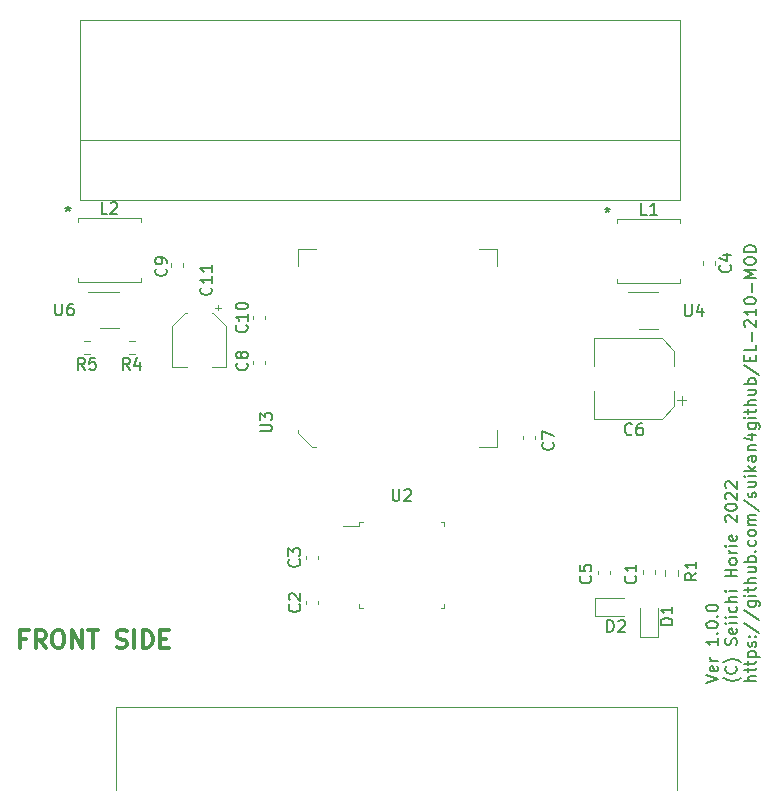
<source format=gto>
%TF.GenerationSoftware,KiCad,Pcbnew,6.0.2+dfsg-1*%
%TF.CreationDate,2022-12-11T21:53:25+09:00*%
%TF.ProjectId,EL-210-MOD,454c2d32-3130-42d4-9d4f-442e6b696361,rev?*%
%TF.SameCoordinates,Original*%
%TF.FileFunction,Legend,Top*%
%TF.FilePolarity,Positive*%
%FSLAX46Y46*%
G04 Gerber Fmt 4.6, Leading zero omitted, Abs format (unit mm)*
G04 Created by KiCad (PCBNEW 6.0.2+dfsg-1) date 2022-12-11 21:53:25*
%MOMM*%
%LPD*%
G01*
G04 APERTURE LIST*
%ADD10C,0.300000*%
%ADD11C,0.150000*%
%ADD12C,0.120000*%
G04 APERTURE END LIST*
D10*
X120870000Y-125192857D02*
X120370000Y-125192857D01*
X120370000Y-125978571D02*
X120370000Y-124478571D01*
X121084285Y-124478571D01*
X122512857Y-125978571D02*
X122012857Y-125264285D01*
X121655714Y-125978571D02*
X121655714Y-124478571D01*
X122227142Y-124478571D01*
X122370000Y-124550000D01*
X122441428Y-124621428D01*
X122512857Y-124764285D01*
X122512857Y-124978571D01*
X122441428Y-125121428D01*
X122370000Y-125192857D01*
X122227142Y-125264285D01*
X121655714Y-125264285D01*
X123441428Y-124478571D02*
X123727142Y-124478571D01*
X123870000Y-124550000D01*
X124012857Y-124692857D01*
X124084285Y-124978571D01*
X124084285Y-125478571D01*
X124012857Y-125764285D01*
X123870000Y-125907142D01*
X123727142Y-125978571D01*
X123441428Y-125978571D01*
X123298571Y-125907142D01*
X123155714Y-125764285D01*
X123084285Y-125478571D01*
X123084285Y-124978571D01*
X123155714Y-124692857D01*
X123298571Y-124550000D01*
X123441428Y-124478571D01*
X124727142Y-125978571D02*
X124727142Y-124478571D01*
X125584285Y-125978571D01*
X125584285Y-124478571D01*
X126084285Y-124478571D02*
X126941428Y-124478571D01*
X126512857Y-125978571D02*
X126512857Y-124478571D01*
X128512857Y-125907142D02*
X128727142Y-125978571D01*
X129084285Y-125978571D01*
X129227142Y-125907142D01*
X129298571Y-125835714D01*
X129370000Y-125692857D01*
X129370000Y-125550000D01*
X129298571Y-125407142D01*
X129227142Y-125335714D01*
X129084285Y-125264285D01*
X128798571Y-125192857D01*
X128655714Y-125121428D01*
X128584285Y-125050000D01*
X128512857Y-124907142D01*
X128512857Y-124764285D01*
X128584285Y-124621428D01*
X128655714Y-124550000D01*
X128798571Y-124478571D01*
X129155714Y-124478571D01*
X129370000Y-124550000D01*
X130012857Y-125978571D02*
X130012857Y-124478571D01*
X130727142Y-125978571D02*
X130727142Y-124478571D01*
X131084285Y-124478571D01*
X131298571Y-124550000D01*
X131441428Y-124692857D01*
X131512857Y-124835714D01*
X131584285Y-125121428D01*
X131584285Y-125335714D01*
X131512857Y-125621428D01*
X131441428Y-125764285D01*
X131298571Y-125907142D01*
X131084285Y-125978571D01*
X130727142Y-125978571D01*
X132227142Y-125192857D02*
X132727142Y-125192857D01*
X132941428Y-125978571D02*
X132227142Y-125978571D01*
X132227142Y-124478571D01*
X132941428Y-124478571D01*
D11*
X178437380Y-128917261D02*
X179437380Y-128583928D01*
X178437380Y-128250595D01*
X179389761Y-127536309D02*
X179437380Y-127631547D01*
X179437380Y-127822023D01*
X179389761Y-127917261D01*
X179294523Y-127964880D01*
X178913571Y-127964880D01*
X178818333Y-127917261D01*
X178770714Y-127822023D01*
X178770714Y-127631547D01*
X178818333Y-127536309D01*
X178913571Y-127488690D01*
X179008809Y-127488690D01*
X179104047Y-127964880D01*
X179437380Y-127060119D02*
X178770714Y-127060119D01*
X178961190Y-127060119D02*
X178865952Y-127012500D01*
X178818333Y-126964880D01*
X178770714Y-126869642D01*
X178770714Y-126774404D01*
X179437380Y-125155357D02*
X179437380Y-125726785D01*
X179437380Y-125441071D02*
X178437380Y-125441071D01*
X178580238Y-125536309D01*
X178675476Y-125631547D01*
X178723095Y-125726785D01*
X179342142Y-124726785D02*
X179389761Y-124679166D01*
X179437380Y-124726785D01*
X179389761Y-124774404D01*
X179342142Y-124726785D01*
X179437380Y-124726785D01*
X178437380Y-124060119D02*
X178437380Y-123964880D01*
X178485000Y-123869642D01*
X178532619Y-123822023D01*
X178627857Y-123774404D01*
X178818333Y-123726785D01*
X179056428Y-123726785D01*
X179246904Y-123774404D01*
X179342142Y-123822023D01*
X179389761Y-123869642D01*
X179437380Y-123964880D01*
X179437380Y-124060119D01*
X179389761Y-124155357D01*
X179342142Y-124202976D01*
X179246904Y-124250595D01*
X179056428Y-124298214D01*
X178818333Y-124298214D01*
X178627857Y-124250595D01*
X178532619Y-124202976D01*
X178485000Y-124155357D01*
X178437380Y-124060119D01*
X179342142Y-123298214D02*
X179389761Y-123250595D01*
X179437380Y-123298214D01*
X179389761Y-123345833D01*
X179342142Y-123298214D01*
X179437380Y-123298214D01*
X178437380Y-122631547D02*
X178437380Y-122536309D01*
X178485000Y-122441071D01*
X178532619Y-122393452D01*
X178627857Y-122345833D01*
X178818333Y-122298214D01*
X179056428Y-122298214D01*
X179246904Y-122345833D01*
X179342142Y-122393452D01*
X179389761Y-122441071D01*
X179437380Y-122536309D01*
X179437380Y-122631547D01*
X179389761Y-122726785D01*
X179342142Y-122774404D01*
X179246904Y-122822023D01*
X179056428Y-122869642D01*
X178818333Y-122869642D01*
X178627857Y-122822023D01*
X178532619Y-122774404D01*
X178485000Y-122726785D01*
X178437380Y-122631547D01*
X181428333Y-128488690D02*
X181380714Y-128536309D01*
X181237857Y-128631547D01*
X181142619Y-128679166D01*
X180999761Y-128726785D01*
X180761666Y-128774404D01*
X180571190Y-128774404D01*
X180333095Y-128726785D01*
X180190238Y-128679166D01*
X180095000Y-128631547D01*
X179952142Y-128536309D01*
X179904523Y-128488690D01*
X180952142Y-127536309D02*
X180999761Y-127583928D01*
X181047380Y-127726785D01*
X181047380Y-127822023D01*
X180999761Y-127964880D01*
X180904523Y-128060119D01*
X180809285Y-128107738D01*
X180618809Y-128155357D01*
X180475952Y-128155357D01*
X180285476Y-128107738D01*
X180190238Y-128060119D01*
X180095000Y-127964880D01*
X180047380Y-127822023D01*
X180047380Y-127726785D01*
X180095000Y-127583928D01*
X180142619Y-127536309D01*
X181428333Y-127202976D02*
X181380714Y-127155357D01*
X181237857Y-127060119D01*
X181142619Y-127012500D01*
X180999761Y-126964880D01*
X180761666Y-126917261D01*
X180571190Y-126917261D01*
X180333095Y-126964880D01*
X180190238Y-127012500D01*
X180095000Y-127060119D01*
X179952142Y-127155357D01*
X179904523Y-127202976D01*
X180999761Y-125726785D02*
X181047380Y-125583928D01*
X181047380Y-125345833D01*
X180999761Y-125250595D01*
X180952142Y-125202976D01*
X180856904Y-125155357D01*
X180761666Y-125155357D01*
X180666428Y-125202976D01*
X180618809Y-125250595D01*
X180571190Y-125345833D01*
X180523571Y-125536309D01*
X180475952Y-125631547D01*
X180428333Y-125679166D01*
X180333095Y-125726785D01*
X180237857Y-125726785D01*
X180142619Y-125679166D01*
X180095000Y-125631547D01*
X180047380Y-125536309D01*
X180047380Y-125298214D01*
X180095000Y-125155357D01*
X180999761Y-124345833D02*
X181047380Y-124441071D01*
X181047380Y-124631547D01*
X180999761Y-124726785D01*
X180904523Y-124774404D01*
X180523571Y-124774404D01*
X180428333Y-124726785D01*
X180380714Y-124631547D01*
X180380714Y-124441071D01*
X180428333Y-124345833D01*
X180523571Y-124298214D01*
X180618809Y-124298214D01*
X180714047Y-124774404D01*
X181047380Y-123869642D02*
X180380714Y-123869642D01*
X180047380Y-123869642D02*
X180095000Y-123917261D01*
X180142619Y-123869642D01*
X180095000Y-123822023D01*
X180047380Y-123869642D01*
X180142619Y-123869642D01*
X181047380Y-123393452D02*
X180380714Y-123393452D01*
X180047380Y-123393452D02*
X180095000Y-123441071D01*
X180142619Y-123393452D01*
X180095000Y-123345833D01*
X180047380Y-123393452D01*
X180142619Y-123393452D01*
X180999761Y-122488690D02*
X181047380Y-122583928D01*
X181047380Y-122774404D01*
X180999761Y-122869642D01*
X180952142Y-122917261D01*
X180856904Y-122964880D01*
X180571190Y-122964880D01*
X180475952Y-122917261D01*
X180428333Y-122869642D01*
X180380714Y-122774404D01*
X180380714Y-122583928D01*
X180428333Y-122488690D01*
X181047380Y-122060119D02*
X180047380Y-122060119D01*
X181047380Y-121631547D02*
X180523571Y-121631547D01*
X180428333Y-121679166D01*
X180380714Y-121774404D01*
X180380714Y-121917261D01*
X180428333Y-122012500D01*
X180475952Y-122060119D01*
X181047380Y-121155357D02*
X180380714Y-121155357D01*
X180047380Y-121155357D02*
X180095000Y-121202976D01*
X180142619Y-121155357D01*
X180095000Y-121107738D01*
X180047380Y-121155357D01*
X180142619Y-121155357D01*
X181047380Y-119917261D02*
X180047380Y-119917261D01*
X180523571Y-119917261D02*
X180523571Y-119345833D01*
X181047380Y-119345833D02*
X180047380Y-119345833D01*
X181047380Y-118726785D02*
X180999761Y-118822023D01*
X180952142Y-118869642D01*
X180856904Y-118917261D01*
X180571190Y-118917261D01*
X180475952Y-118869642D01*
X180428333Y-118822023D01*
X180380714Y-118726785D01*
X180380714Y-118583928D01*
X180428333Y-118488690D01*
X180475952Y-118441071D01*
X180571190Y-118393452D01*
X180856904Y-118393452D01*
X180952142Y-118441071D01*
X180999761Y-118488690D01*
X181047380Y-118583928D01*
X181047380Y-118726785D01*
X181047380Y-117964880D02*
X180380714Y-117964880D01*
X180571190Y-117964880D02*
X180475952Y-117917261D01*
X180428333Y-117869642D01*
X180380714Y-117774404D01*
X180380714Y-117679166D01*
X181047380Y-117345833D02*
X180380714Y-117345833D01*
X180047380Y-117345833D02*
X180095000Y-117393452D01*
X180142619Y-117345833D01*
X180095000Y-117298214D01*
X180047380Y-117345833D01*
X180142619Y-117345833D01*
X180999761Y-116488690D02*
X181047380Y-116583928D01*
X181047380Y-116774404D01*
X180999761Y-116869642D01*
X180904523Y-116917261D01*
X180523571Y-116917261D01*
X180428333Y-116869642D01*
X180380714Y-116774404D01*
X180380714Y-116583928D01*
X180428333Y-116488690D01*
X180523571Y-116441071D01*
X180618809Y-116441071D01*
X180714047Y-116917261D01*
X180142619Y-115298214D02*
X180095000Y-115250595D01*
X180047380Y-115155357D01*
X180047380Y-114917261D01*
X180095000Y-114822023D01*
X180142619Y-114774404D01*
X180237857Y-114726785D01*
X180333095Y-114726785D01*
X180475952Y-114774404D01*
X181047380Y-115345833D01*
X181047380Y-114726785D01*
X180047380Y-114107738D02*
X180047380Y-114012500D01*
X180095000Y-113917261D01*
X180142619Y-113869642D01*
X180237857Y-113822023D01*
X180428333Y-113774404D01*
X180666428Y-113774404D01*
X180856904Y-113822023D01*
X180952142Y-113869642D01*
X180999761Y-113917261D01*
X181047380Y-114012500D01*
X181047380Y-114107738D01*
X180999761Y-114202976D01*
X180952142Y-114250595D01*
X180856904Y-114298214D01*
X180666428Y-114345833D01*
X180428333Y-114345833D01*
X180237857Y-114298214D01*
X180142619Y-114250595D01*
X180095000Y-114202976D01*
X180047380Y-114107738D01*
X180142619Y-113393452D02*
X180095000Y-113345833D01*
X180047380Y-113250595D01*
X180047380Y-113012500D01*
X180095000Y-112917261D01*
X180142619Y-112869642D01*
X180237857Y-112822023D01*
X180333095Y-112822023D01*
X180475952Y-112869642D01*
X181047380Y-113441071D01*
X181047380Y-112822023D01*
X180142619Y-112441071D02*
X180095000Y-112393452D01*
X180047380Y-112298214D01*
X180047380Y-112060119D01*
X180095000Y-111964880D01*
X180142619Y-111917261D01*
X180237857Y-111869642D01*
X180333095Y-111869642D01*
X180475952Y-111917261D01*
X181047380Y-112488690D01*
X181047380Y-111869642D01*
X182657380Y-128774404D02*
X181657380Y-128774404D01*
X182657380Y-128345833D02*
X182133571Y-128345833D01*
X182038333Y-128393452D01*
X181990714Y-128488690D01*
X181990714Y-128631547D01*
X182038333Y-128726785D01*
X182085952Y-128774404D01*
X181990714Y-128012500D02*
X181990714Y-127631547D01*
X181657380Y-127869642D02*
X182514523Y-127869642D01*
X182609761Y-127822023D01*
X182657380Y-127726785D01*
X182657380Y-127631547D01*
X181990714Y-127441071D02*
X181990714Y-127060119D01*
X181657380Y-127298214D02*
X182514523Y-127298214D01*
X182609761Y-127250595D01*
X182657380Y-127155357D01*
X182657380Y-127060119D01*
X181990714Y-126726785D02*
X182990714Y-126726785D01*
X182038333Y-126726785D02*
X181990714Y-126631547D01*
X181990714Y-126441071D01*
X182038333Y-126345833D01*
X182085952Y-126298214D01*
X182181190Y-126250595D01*
X182466904Y-126250595D01*
X182562142Y-126298214D01*
X182609761Y-126345833D01*
X182657380Y-126441071D01*
X182657380Y-126631547D01*
X182609761Y-126726785D01*
X182609761Y-125869642D02*
X182657380Y-125774404D01*
X182657380Y-125583928D01*
X182609761Y-125488690D01*
X182514523Y-125441071D01*
X182466904Y-125441071D01*
X182371666Y-125488690D01*
X182324047Y-125583928D01*
X182324047Y-125726785D01*
X182276428Y-125822023D01*
X182181190Y-125869642D01*
X182133571Y-125869642D01*
X182038333Y-125822023D01*
X181990714Y-125726785D01*
X181990714Y-125583928D01*
X182038333Y-125488690D01*
X182562142Y-125012500D02*
X182609761Y-124964880D01*
X182657380Y-125012500D01*
X182609761Y-125060119D01*
X182562142Y-125012500D01*
X182657380Y-125012500D01*
X182038333Y-125012500D02*
X182085952Y-124964880D01*
X182133571Y-125012500D01*
X182085952Y-125060119D01*
X182038333Y-125012500D01*
X182133571Y-125012500D01*
X181609761Y-123822023D02*
X182895476Y-124679166D01*
X181609761Y-122774404D02*
X182895476Y-123631547D01*
X181990714Y-122012500D02*
X182800238Y-122012500D01*
X182895476Y-122060119D01*
X182943095Y-122107738D01*
X182990714Y-122202976D01*
X182990714Y-122345833D01*
X182943095Y-122441071D01*
X182609761Y-122012500D02*
X182657380Y-122107738D01*
X182657380Y-122298214D01*
X182609761Y-122393452D01*
X182562142Y-122441071D01*
X182466904Y-122488690D01*
X182181190Y-122488690D01*
X182085952Y-122441071D01*
X182038333Y-122393452D01*
X181990714Y-122298214D01*
X181990714Y-122107738D01*
X182038333Y-122012500D01*
X182657380Y-121536309D02*
X181990714Y-121536309D01*
X181657380Y-121536309D02*
X181705000Y-121583928D01*
X181752619Y-121536309D01*
X181705000Y-121488690D01*
X181657380Y-121536309D01*
X181752619Y-121536309D01*
X181990714Y-121202976D02*
X181990714Y-120822023D01*
X181657380Y-121060119D02*
X182514523Y-121060119D01*
X182609761Y-121012500D01*
X182657380Y-120917261D01*
X182657380Y-120822023D01*
X182657380Y-120488690D02*
X181657380Y-120488690D01*
X182657380Y-120060119D02*
X182133571Y-120060119D01*
X182038333Y-120107738D01*
X181990714Y-120202976D01*
X181990714Y-120345833D01*
X182038333Y-120441071D01*
X182085952Y-120488690D01*
X181990714Y-119155357D02*
X182657380Y-119155357D01*
X181990714Y-119583928D02*
X182514523Y-119583928D01*
X182609761Y-119536309D01*
X182657380Y-119441071D01*
X182657380Y-119298214D01*
X182609761Y-119202976D01*
X182562142Y-119155357D01*
X182657380Y-118679166D02*
X181657380Y-118679166D01*
X182038333Y-118679166D02*
X181990714Y-118583928D01*
X181990714Y-118393452D01*
X182038333Y-118298214D01*
X182085952Y-118250595D01*
X182181190Y-118202976D01*
X182466904Y-118202976D01*
X182562142Y-118250595D01*
X182609761Y-118298214D01*
X182657380Y-118393452D01*
X182657380Y-118583928D01*
X182609761Y-118679166D01*
X182562142Y-117774404D02*
X182609761Y-117726785D01*
X182657380Y-117774404D01*
X182609761Y-117822023D01*
X182562142Y-117774404D01*
X182657380Y-117774404D01*
X182609761Y-116869642D02*
X182657380Y-116964880D01*
X182657380Y-117155357D01*
X182609761Y-117250595D01*
X182562142Y-117298214D01*
X182466904Y-117345833D01*
X182181190Y-117345833D01*
X182085952Y-117298214D01*
X182038333Y-117250595D01*
X181990714Y-117155357D01*
X181990714Y-116964880D01*
X182038333Y-116869642D01*
X182657380Y-116298214D02*
X182609761Y-116393452D01*
X182562142Y-116441071D01*
X182466904Y-116488690D01*
X182181190Y-116488690D01*
X182085952Y-116441071D01*
X182038333Y-116393452D01*
X181990714Y-116298214D01*
X181990714Y-116155357D01*
X182038333Y-116060119D01*
X182085952Y-116012500D01*
X182181190Y-115964880D01*
X182466904Y-115964880D01*
X182562142Y-116012500D01*
X182609761Y-116060119D01*
X182657380Y-116155357D01*
X182657380Y-116298214D01*
X182657380Y-115536309D02*
X181990714Y-115536309D01*
X182085952Y-115536309D02*
X182038333Y-115488690D01*
X181990714Y-115393452D01*
X181990714Y-115250595D01*
X182038333Y-115155357D01*
X182133571Y-115107738D01*
X182657380Y-115107738D01*
X182133571Y-115107738D02*
X182038333Y-115060119D01*
X181990714Y-114964880D01*
X181990714Y-114822023D01*
X182038333Y-114726785D01*
X182133571Y-114679166D01*
X182657380Y-114679166D01*
X181609761Y-113488690D02*
X182895476Y-114345833D01*
X182609761Y-113202976D02*
X182657380Y-113107738D01*
X182657380Y-112917261D01*
X182609761Y-112822023D01*
X182514523Y-112774404D01*
X182466904Y-112774404D01*
X182371666Y-112822023D01*
X182324047Y-112917261D01*
X182324047Y-113060119D01*
X182276428Y-113155357D01*
X182181190Y-113202976D01*
X182133571Y-113202976D01*
X182038333Y-113155357D01*
X181990714Y-113060119D01*
X181990714Y-112917261D01*
X182038333Y-112822023D01*
X181990714Y-111917261D02*
X182657380Y-111917261D01*
X181990714Y-112345833D02*
X182514523Y-112345833D01*
X182609761Y-112298214D01*
X182657380Y-112202976D01*
X182657380Y-112060119D01*
X182609761Y-111964880D01*
X182562142Y-111917261D01*
X182657380Y-111441071D02*
X181990714Y-111441071D01*
X181657380Y-111441071D02*
X181705000Y-111488690D01*
X181752619Y-111441071D01*
X181705000Y-111393452D01*
X181657380Y-111441071D01*
X181752619Y-111441071D01*
X182657380Y-110964880D02*
X181657380Y-110964880D01*
X182276428Y-110869642D02*
X182657380Y-110583928D01*
X181990714Y-110583928D02*
X182371666Y-110964880D01*
X182657380Y-109726785D02*
X182133571Y-109726785D01*
X182038333Y-109774404D01*
X181990714Y-109869642D01*
X181990714Y-110060119D01*
X182038333Y-110155357D01*
X182609761Y-109726785D02*
X182657380Y-109822023D01*
X182657380Y-110060119D01*
X182609761Y-110155357D01*
X182514523Y-110202976D01*
X182419285Y-110202976D01*
X182324047Y-110155357D01*
X182276428Y-110060119D01*
X182276428Y-109822023D01*
X182228809Y-109726785D01*
X181990714Y-109250595D02*
X182657380Y-109250595D01*
X182085952Y-109250595D02*
X182038333Y-109202976D01*
X181990714Y-109107738D01*
X181990714Y-108964880D01*
X182038333Y-108869642D01*
X182133571Y-108822023D01*
X182657380Y-108822023D01*
X181990714Y-107917261D02*
X182657380Y-107917261D01*
X181609761Y-108155357D02*
X182324047Y-108393452D01*
X182324047Y-107774404D01*
X181990714Y-106964880D02*
X182800238Y-106964880D01*
X182895476Y-107012500D01*
X182943095Y-107060119D01*
X182990714Y-107155357D01*
X182990714Y-107298214D01*
X182943095Y-107393452D01*
X182609761Y-106964880D02*
X182657380Y-107060119D01*
X182657380Y-107250595D01*
X182609761Y-107345833D01*
X182562142Y-107393452D01*
X182466904Y-107441071D01*
X182181190Y-107441071D01*
X182085952Y-107393452D01*
X182038333Y-107345833D01*
X181990714Y-107250595D01*
X181990714Y-107060119D01*
X182038333Y-106964880D01*
X182657380Y-106488690D02*
X181990714Y-106488690D01*
X181657380Y-106488690D02*
X181705000Y-106536309D01*
X181752619Y-106488690D01*
X181705000Y-106441071D01*
X181657380Y-106488690D01*
X181752619Y-106488690D01*
X181990714Y-106155357D02*
X181990714Y-105774404D01*
X181657380Y-106012500D02*
X182514523Y-106012500D01*
X182609761Y-105964880D01*
X182657380Y-105869642D01*
X182657380Y-105774404D01*
X182657380Y-105441071D02*
X181657380Y-105441071D01*
X182657380Y-105012500D02*
X182133571Y-105012500D01*
X182038333Y-105060119D01*
X181990714Y-105155357D01*
X181990714Y-105298214D01*
X182038333Y-105393452D01*
X182085952Y-105441071D01*
X181990714Y-104107738D02*
X182657380Y-104107738D01*
X181990714Y-104536309D02*
X182514523Y-104536309D01*
X182609761Y-104488690D01*
X182657380Y-104393452D01*
X182657380Y-104250595D01*
X182609761Y-104155357D01*
X182562142Y-104107738D01*
X182657380Y-103631547D02*
X181657380Y-103631547D01*
X182038333Y-103631547D02*
X181990714Y-103536309D01*
X181990714Y-103345833D01*
X182038333Y-103250595D01*
X182085952Y-103202976D01*
X182181190Y-103155357D01*
X182466904Y-103155357D01*
X182562142Y-103202976D01*
X182609761Y-103250595D01*
X182657380Y-103345833D01*
X182657380Y-103536309D01*
X182609761Y-103631547D01*
X181609761Y-102012500D02*
X182895476Y-102869642D01*
X182133571Y-101679166D02*
X182133571Y-101345833D01*
X182657380Y-101202976D02*
X182657380Y-101679166D01*
X181657380Y-101679166D01*
X181657380Y-101202976D01*
X182657380Y-100298214D02*
X182657380Y-100774404D01*
X181657380Y-100774404D01*
X182276428Y-99964880D02*
X182276428Y-99202976D01*
X181752619Y-98774404D02*
X181705000Y-98726785D01*
X181657380Y-98631547D01*
X181657380Y-98393452D01*
X181705000Y-98298214D01*
X181752619Y-98250595D01*
X181847857Y-98202976D01*
X181943095Y-98202976D01*
X182085952Y-98250595D01*
X182657380Y-98822023D01*
X182657380Y-98202976D01*
X182657380Y-97250595D02*
X182657380Y-97822023D01*
X182657380Y-97536309D02*
X181657380Y-97536309D01*
X181800238Y-97631547D01*
X181895476Y-97726785D01*
X181943095Y-97822023D01*
X181657380Y-96631547D02*
X181657380Y-96536309D01*
X181705000Y-96441071D01*
X181752619Y-96393452D01*
X181847857Y-96345833D01*
X182038333Y-96298214D01*
X182276428Y-96298214D01*
X182466904Y-96345833D01*
X182562142Y-96393452D01*
X182609761Y-96441071D01*
X182657380Y-96536309D01*
X182657380Y-96631547D01*
X182609761Y-96726785D01*
X182562142Y-96774404D01*
X182466904Y-96822023D01*
X182276428Y-96869642D01*
X182038333Y-96869642D01*
X181847857Y-96822023D01*
X181752619Y-96774404D01*
X181705000Y-96726785D01*
X181657380Y-96631547D01*
X182276428Y-95869642D02*
X182276428Y-95107738D01*
X182657380Y-94631547D02*
X181657380Y-94631547D01*
X182371666Y-94298214D01*
X181657380Y-93964880D01*
X182657380Y-93964880D01*
X181657380Y-93298214D02*
X181657380Y-93107738D01*
X181705000Y-93012500D01*
X181800238Y-92917261D01*
X181990714Y-92869642D01*
X182324047Y-92869642D01*
X182514523Y-92917261D01*
X182609761Y-93012500D01*
X182657380Y-93107738D01*
X182657380Y-93298214D01*
X182609761Y-93393452D01*
X182514523Y-93488690D01*
X182324047Y-93536309D01*
X181990714Y-93536309D01*
X181800238Y-93488690D01*
X181705000Y-93393452D01*
X181657380Y-93298214D01*
X182657380Y-92441071D02*
X181657380Y-92441071D01*
X181657380Y-92202976D01*
X181705000Y-92060119D01*
X181800238Y-91964880D01*
X181895476Y-91917261D01*
X182085952Y-91869642D01*
X182228809Y-91869642D01*
X182419285Y-91917261D01*
X182514523Y-91964880D01*
X182609761Y-92060119D01*
X182657380Y-92202976D01*
X182657380Y-92441071D01*
%TO.C,U6*%
X123318095Y-96812380D02*
X123318095Y-97621904D01*
X123365714Y-97717142D01*
X123413333Y-97764761D01*
X123508571Y-97812380D01*
X123699047Y-97812380D01*
X123794285Y-97764761D01*
X123841904Y-97717142D01*
X123889523Y-97621904D01*
X123889523Y-96812380D01*
X124794285Y-96812380D02*
X124603809Y-96812380D01*
X124508571Y-96860000D01*
X124460952Y-96907619D01*
X124365714Y-97050476D01*
X124318095Y-97240952D01*
X124318095Y-97621904D01*
X124365714Y-97717142D01*
X124413333Y-97764761D01*
X124508571Y-97812380D01*
X124699047Y-97812380D01*
X124794285Y-97764761D01*
X124841904Y-97717142D01*
X124889523Y-97621904D01*
X124889523Y-97383809D01*
X124841904Y-97288571D01*
X124794285Y-97240952D01*
X124699047Y-97193333D01*
X124508571Y-97193333D01*
X124413333Y-97240952D01*
X124365714Y-97288571D01*
X124318095Y-97383809D01*
%TO.C,L1*%
X173416233Y-89308380D02*
X172940042Y-89308380D01*
X172940042Y-88308380D01*
X174273376Y-89308380D02*
X173701947Y-89308380D01*
X173987661Y-89308380D02*
X173987661Y-88308380D01*
X173892423Y-88451238D01*
X173797185Y-88546476D01*
X173701947Y-88594095D01*
X170082900Y-88633380D02*
X170082900Y-88871476D01*
X169844804Y-88776238D02*
X170082900Y-88871476D01*
X170320995Y-88776238D01*
X169940042Y-89061952D02*
X170082900Y-88871476D01*
X170225757Y-89061952D01*
%TO.C,L2*%
X127723333Y-89232380D02*
X127247142Y-89232380D01*
X127247142Y-88232380D01*
X128009047Y-88327619D02*
X128056666Y-88280000D01*
X128151904Y-88232380D01*
X128390000Y-88232380D01*
X128485238Y-88280000D01*
X128532857Y-88327619D01*
X128580476Y-88422857D01*
X128580476Y-88518095D01*
X128532857Y-88660952D01*
X127961428Y-89232380D01*
X128580476Y-89232380D01*
X124390000Y-88557380D02*
X124390000Y-88795476D01*
X124151904Y-88700238D02*
X124390000Y-88795476D01*
X124628095Y-88700238D01*
X124247142Y-88985952D02*
X124390000Y-88795476D01*
X124532857Y-88985952D01*
%TO.C,C3*%
X143962142Y-118481666D02*
X144009761Y-118529285D01*
X144057380Y-118672142D01*
X144057380Y-118767380D01*
X144009761Y-118910238D01*
X143914523Y-119005476D01*
X143819285Y-119053095D01*
X143628809Y-119100714D01*
X143485952Y-119100714D01*
X143295476Y-119053095D01*
X143200238Y-119005476D01*
X143105000Y-118910238D01*
X143057380Y-118767380D01*
X143057380Y-118672142D01*
X143105000Y-118529285D01*
X143152619Y-118481666D01*
X143057380Y-118148333D02*
X143057380Y-117529285D01*
X143438333Y-117862619D01*
X143438333Y-117719761D01*
X143485952Y-117624523D01*
X143533571Y-117576904D01*
X143628809Y-117529285D01*
X143866904Y-117529285D01*
X143962142Y-117576904D01*
X144009761Y-117624523D01*
X144057380Y-117719761D01*
X144057380Y-118005476D01*
X144009761Y-118100714D01*
X143962142Y-118148333D01*
%TO.C,C5*%
X168633142Y-119878666D02*
X168680761Y-119926285D01*
X168728380Y-120069142D01*
X168728380Y-120164380D01*
X168680761Y-120307238D01*
X168585523Y-120402476D01*
X168490285Y-120450095D01*
X168299809Y-120497714D01*
X168156952Y-120497714D01*
X167966476Y-120450095D01*
X167871238Y-120402476D01*
X167776000Y-120307238D01*
X167728380Y-120164380D01*
X167728380Y-120069142D01*
X167776000Y-119926285D01*
X167823619Y-119878666D01*
X167728380Y-118973904D02*
X167728380Y-119450095D01*
X168204571Y-119497714D01*
X168156952Y-119450095D01*
X168109333Y-119354857D01*
X168109333Y-119116761D01*
X168156952Y-119021523D01*
X168204571Y-118973904D01*
X168299809Y-118926285D01*
X168537904Y-118926285D01*
X168633142Y-118973904D01*
X168680761Y-119021523D01*
X168728380Y-119116761D01*
X168728380Y-119354857D01*
X168680761Y-119450095D01*
X168633142Y-119497714D01*
%TO.C,D1*%
X175586380Y-124006095D02*
X174586380Y-124006095D01*
X174586380Y-123768000D01*
X174634000Y-123625142D01*
X174729238Y-123529904D01*
X174824476Y-123482285D01*
X175014952Y-123434666D01*
X175157809Y-123434666D01*
X175348285Y-123482285D01*
X175443523Y-123529904D01*
X175538761Y-123625142D01*
X175586380Y-123768000D01*
X175586380Y-124006095D01*
X175586380Y-122482285D02*
X175586380Y-123053714D01*
X175586380Y-122768000D02*
X174586380Y-122768000D01*
X174729238Y-122863238D01*
X174824476Y-122958476D01*
X174872095Y-123053714D01*
%TO.C,C8*%
X139550142Y-101844666D02*
X139597761Y-101892285D01*
X139645380Y-102035142D01*
X139645380Y-102130380D01*
X139597761Y-102273238D01*
X139502523Y-102368476D01*
X139407285Y-102416095D01*
X139216809Y-102463714D01*
X139073952Y-102463714D01*
X138883476Y-102416095D01*
X138788238Y-102368476D01*
X138693000Y-102273238D01*
X138645380Y-102130380D01*
X138645380Y-102035142D01*
X138693000Y-101892285D01*
X138740619Y-101844666D01*
X139073952Y-101273238D02*
X139026333Y-101368476D01*
X138978714Y-101416095D01*
X138883476Y-101463714D01*
X138835857Y-101463714D01*
X138740619Y-101416095D01*
X138693000Y-101368476D01*
X138645380Y-101273238D01*
X138645380Y-101082761D01*
X138693000Y-100987523D01*
X138740619Y-100939904D01*
X138835857Y-100892285D01*
X138883476Y-100892285D01*
X138978714Y-100939904D01*
X139026333Y-100987523D01*
X139073952Y-101082761D01*
X139073952Y-101273238D01*
X139121571Y-101368476D01*
X139169190Y-101416095D01*
X139264428Y-101463714D01*
X139454904Y-101463714D01*
X139550142Y-101416095D01*
X139597761Y-101368476D01*
X139645380Y-101273238D01*
X139645380Y-101082761D01*
X139597761Y-100987523D01*
X139550142Y-100939904D01*
X139454904Y-100892285D01*
X139264428Y-100892285D01*
X139169190Y-100939904D01*
X139121571Y-100987523D01*
X139073952Y-101082761D01*
%TO.C,D2*%
X170049904Y-124609380D02*
X170049904Y-123609380D01*
X170288000Y-123609380D01*
X170430857Y-123657000D01*
X170526095Y-123752238D01*
X170573714Y-123847476D01*
X170621333Y-124037952D01*
X170621333Y-124180809D01*
X170573714Y-124371285D01*
X170526095Y-124466523D01*
X170430857Y-124561761D01*
X170288000Y-124609380D01*
X170049904Y-124609380D01*
X171002285Y-123704619D02*
X171049904Y-123657000D01*
X171145142Y-123609380D01*
X171383238Y-123609380D01*
X171478476Y-123657000D01*
X171526095Y-123704619D01*
X171573714Y-123799857D01*
X171573714Y-123895095D01*
X171526095Y-124037952D01*
X170954666Y-124609380D01*
X171573714Y-124609380D01*
%TO.C,U3*%
X140677380Y-107646904D02*
X141486904Y-107646904D01*
X141582142Y-107599285D01*
X141629761Y-107551666D01*
X141677380Y-107456428D01*
X141677380Y-107265952D01*
X141629761Y-107170714D01*
X141582142Y-107123095D01*
X141486904Y-107075476D01*
X140677380Y-107075476D01*
X140677380Y-106694523D02*
X140677380Y-106075476D01*
X141058333Y-106408809D01*
X141058333Y-106265952D01*
X141105952Y-106170714D01*
X141153571Y-106123095D01*
X141248809Y-106075476D01*
X141486904Y-106075476D01*
X141582142Y-106123095D01*
X141629761Y-106170714D01*
X141677380Y-106265952D01*
X141677380Y-106551666D01*
X141629761Y-106646904D01*
X141582142Y-106694523D01*
%TO.C,R4*%
X129628333Y-102417380D02*
X129295000Y-101941190D01*
X129056904Y-102417380D02*
X129056904Y-101417380D01*
X129437857Y-101417380D01*
X129533095Y-101465000D01*
X129580714Y-101512619D01*
X129628333Y-101607857D01*
X129628333Y-101750714D01*
X129580714Y-101845952D01*
X129533095Y-101893571D01*
X129437857Y-101941190D01*
X129056904Y-101941190D01*
X130485476Y-101750714D02*
X130485476Y-102417380D01*
X130247380Y-101369761D02*
X130009285Y-102084047D01*
X130628333Y-102084047D01*
%TO.C,U4*%
X176630995Y-96888380D02*
X176630995Y-97697904D01*
X176678614Y-97793142D01*
X176726233Y-97840761D01*
X176821471Y-97888380D01*
X177011947Y-97888380D01*
X177107185Y-97840761D01*
X177154804Y-97793142D01*
X177202423Y-97697904D01*
X177202423Y-96888380D01*
X178107185Y-97221714D02*
X178107185Y-97888380D01*
X177869090Y-96840761D02*
X177630995Y-97555047D01*
X178250042Y-97555047D01*
%TO.C,C1*%
X172443142Y-119878666D02*
X172490761Y-119926285D01*
X172538380Y-120069142D01*
X172538380Y-120164380D01*
X172490761Y-120307238D01*
X172395523Y-120402476D01*
X172300285Y-120450095D01*
X172109809Y-120497714D01*
X171966952Y-120497714D01*
X171776476Y-120450095D01*
X171681238Y-120402476D01*
X171586000Y-120307238D01*
X171538380Y-120164380D01*
X171538380Y-120069142D01*
X171586000Y-119926285D01*
X171633619Y-119878666D01*
X172538380Y-118926285D02*
X172538380Y-119497714D01*
X172538380Y-119212000D02*
X171538380Y-119212000D01*
X171681238Y-119307238D01*
X171776476Y-119402476D01*
X171824095Y-119497714D01*
%TO.C,R1*%
X177618380Y-119624666D02*
X177142190Y-119958000D01*
X177618380Y-120196095D02*
X176618380Y-120196095D01*
X176618380Y-119815142D01*
X176666000Y-119719904D01*
X176713619Y-119672285D01*
X176808857Y-119624666D01*
X176951714Y-119624666D01*
X177046952Y-119672285D01*
X177094571Y-119719904D01*
X177142190Y-119815142D01*
X177142190Y-120196095D01*
X177618380Y-118672285D02*
X177618380Y-119243714D01*
X177618380Y-118958000D02*
X176618380Y-118958000D01*
X176761238Y-119053238D01*
X176856476Y-119148476D01*
X176904095Y-119243714D01*
%TO.C,C7*%
X165458142Y-108575666D02*
X165505761Y-108623285D01*
X165553380Y-108766142D01*
X165553380Y-108861380D01*
X165505761Y-109004238D01*
X165410523Y-109099476D01*
X165315285Y-109147095D01*
X165124809Y-109194714D01*
X164981952Y-109194714D01*
X164791476Y-109147095D01*
X164696238Y-109099476D01*
X164601000Y-109004238D01*
X164553380Y-108861380D01*
X164553380Y-108766142D01*
X164601000Y-108623285D01*
X164648619Y-108575666D01*
X164553380Y-108242333D02*
X164553380Y-107575666D01*
X165553380Y-108004238D01*
%TO.C,C11*%
X136502142Y-95462857D02*
X136549761Y-95510476D01*
X136597380Y-95653333D01*
X136597380Y-95748571D01*
X136549761Y-95891428D01*
X136454523Y-95986666D01*
X136359285Y-96034285D01*
X136168809Y-96081904D01*
X136025952Y-96081904D01*
X135835476Y-96034285D01*
X135740238Y-95986666D01*
X135645000Y-95891428D01*
X135597380Y-95748571D01*
X135597380Y-95653333D01*
X135645000Y-95510476D01*
X135692619Y-95462857D01*
X136597380Y-94510476D02*
X136597380Y-95081904D01*
X136597380Y-94796190D02*
X135597380Y-94796190D01*
X135740238Y-94891428D01*
X135835476Y-94986666D01*
X135883095Y-95081904D01*
X136597380Y-93558095D02*
X136597380Y-94129523D01*
X136597380Y-93843809D02*
X135597380Y-93843809D01*
X135740238Y-93939047D01*
X135835476Y-94034285D01*
X135883095Y-94129523D01*
%TO.C,U2*%
X151893095Y-112522380D02*
X151893095Y-113331904D01*
X151940714Y-113427142D01*
X151988333Y-113474761D01*
X152083571Y-113522380D01*
X152274047Y-113522380D01*
X152369285Y-113474761D01*
X152416904Y-113427142D01*
X152464523Y-113331904D01*
X152464523Y-112522380D01*
X152893095Y-112617619D02*
X152940714Y-112570000D01*
X153035952Y-112522380D01*
X153274047Y-112522380D01*
X153369285Y-112570000D01*
X153416904Y-112617619D01*
X153464523Y-112712857D01*
X153464523Y-112808095D01*
X153416904Y-112950952D01*
X152845476Y-113522380D01*
X153464523Y-113522380D01*
%TO.C,C6*%
X172146233Y-107858142D02*
X172098614Y-107905761D01*
X171955757Y-107953380D01*
X171860519Y-107953380D01*
X171717661Y-107905761D01*
X171622423Y-107810523D01*
X171574804Y-107715285D01*
X171527185Y-107524809D01*
X171527185Y-107381952D01*
X171574804Y-107191476D01*
X171622423Y-107096238D01*
X171717661Y-107001000D01*
X171860519Y-106953380D01*
X171955757Y-106953380D01*
X172098614Y-107001000D01*
X172146233Y-107048619D01*
X173003376Y-106953380D02*
X172812900Y-106953380D01*
X172717661Y-107001000D01*
X172670042Y-107048619D01*
X172574804Y-107191476D01*
X172527185Y-107381952D01*
X172527185Y-107762904D01*
X172574804Y-107858142D01*
X172622423Y-107905761D01*
X172717661Y-107953380D01*
X172908138Y-107953380D01*
X173003376Y-107905761D01*
X173050995Y-107858142D01*
X173098614Y-107762904D01*
X173098614Y-107524809D01*
X173050995Y-107429571D01*
X173003376Y-107381952D01*
X172908138Y-107334333D01*
X172717661Y-107334333D01*
X172622423Y-107381952D01*
X172574804Y-107429571D01*
X172527185Y-107524809D01*
%TO.C,C2*%
X143995142Y-122291666D02*
X144042761Y-122339285D01*
X144090380Y-122482142D01*
X144090380Y-122577380D01*
X144042761Y-122720238D01*
X143947523Y-122815476D01*
X143852285Y-122863095D01*
X143661809Y-122910714D01*
X143518952Y-122910714D01*
X143328476Y-122863095D01*
X143233238Y-122815476D01*
X143138000Y-122720238D01*
X143090380Y-122577380D01*
X143090380Y-122482142D01*
X143138000Y-122339285D01*
X143185619Y-122291666D01*
X143185619Y-121910714D02*
X143138000Y-121863095D01*
X143090380Y-121767857D01*
X143090380Y-121529761D01*
X143138000Y-121434523D01*
X143185619Y-121386904D01*
X143280857Y-121339285D01*
X143376095Y-121339285D01*
X143518952Y-121386904D01*
X144090380Y-121958333D01*
X144090380Y-121339285D01*
%TO.C,C4*%
X180450042Y-93565166D02*
X180497661Y-93612785D01*
X180545280Y-93755642D01*
X180545280Y-93850880D01*
X180497661Y-93993738D01*
X180402423Y-94088976D01*
X180307185Y-94136595D01*
X180116709Y-94184214D01*
X179973852Y-94184214D01*
X179783376Y-94136595D01*
X179688138Y-94088976D01*
X179592900Y-93993738D01*
X179545280Y-93850880D01*
X179545280Y-93755642D01*
X179592900Y-93612785D01*
X179640519Y-93565166D01*
X179878614Y-92708023D02*
X180545280Y-92708023D01*
X179497661Y-92946119D02*
X180211947Y-93184214D01*
X180211947Y-92565166D01*
%TO.C,R5*%
X125818333Y-102417380D02*
X125485000Y-101941190D01*
X125246904Y-102417380D02*
X125246904Y-101417380D01*
X125627857Y-101417380D01*
X125723095Y-101465000D01*
X125770714Y-101512619D01*
X125818333Y-101607857D01*
X125818333Y-101750714D01*
X125770714Y-101845952D01*
X125723095Y-101893571D01*
X125627857Y-101941190D01*
X125246904Y-101941190D01*
X126723095Y-101417380D02*
X126246904Y-101417380D01*
X126199285Y-101893571D01*
X126246904Y-101845952D01*
X126342142Y-101798333D01*
X126580238Y-101798333D01*
X126675476Y-101845952D01*
X126723095Y-101893571D01*
X126770714Y-101988809D01*
X126770714Y-102226904D01*
X126723095Y-102322142D01*
X126675476Y-102369761D01*
X126580238Y-102417380D01*
X126342142Y-102417380D01*
X126246904Y-102369761D01*
X126199285Y-102322142D01*
%TO.C,C10*%
X139517142Y-98637857D02*
X139564761Y-98685476D01*
X139612380Y-98828333D01*
X139612380Y-98923571D01*
X139564761Y-99066428D01*
X139469523Y-99161666D01*
X139374285Y-99209285D01*
X139183809Y-99256904D01*
X139040952Y-99256904D01*
X138850476Y-99209285D01*
X138755238Y-99161666D01*
X138660000Y-99066428D01*
X138612380Y-98923571D01*
X138612380Y-98828333D01*
X138660000Y-98685476D01*
X138707619Y-98637857D01*
X139612380Y-97685476D02*
X139612380Y-98256904D01*
X139612380Y-97971190D02*
X138612380Y-97971190D01*
X138755238Y-98066428D01*
X138850476Y-98161666D01*
X138898095Y-98256904D01*
X138612380Y-97066428D02*
X138612380Y-96971190D01*
X138660000Y-96875952D01*
X138707619Y-96828333D01*
X138802857Y-96780714D01*
X138993333Y-96733095D01*
X139231428Y-96733095D01*
X139421904Y-96780714D01*
X139517142Y-96828333D01*
X139564761Y-96875952D01*
X139612380Y-96971190D01*
X139612380Y-97066428D01*
X139564761Y-97161666D01*
X139517142Y-97209285D01*
X139421904Y-97256904D01*
X139231428Y-97304523D01*
X138993333Y-97304523D01*
X138802857Y-97256904D01*
X138707619Y-97209285D01*
X138660000Y-97161666D01*
X138612380Y-97066428D01*
%TO.C,C9*%
X132692142Y-93862933D02*
X132739761Y-93910552D01*
X132787380Y-94053409D01*
X132787380Y-94148647D01*
X132739761Y-94291505D01*
X132644523Y-94386743D01*
X132549285Y-94434362D01*
X132358809Y-94481981D01*
X132215952Y-94481981D01*
X132025476Y-94434362D01*
X131930238Y-94386743D01*
X131835000Y-94291505D01*
X131787380Y-94148647D01*
X131787380Y-94053409D01*
X131835000Y-93910552D01*
X131882619Y-93862933D01*
X132787380Y-93386743D02*
X132787380Y-93196267D01*
X132739761Y-93101028D01*
X132692142Y-93053409D01*
X132549285Y-92958171D01*
X132358809Y-92910552D01*
X131977857Y-92910552D01*
X131882619Y-92958171D01*
X131835000Y-93005790D01*
X131787380Y-93101028D01*
X131787380Y-93291505D01*
X131835000Y-93386743D01*
X131882619Y-93434362D01*
X131977857Y-93481981D01*
X132215952Y-93481981D01*
X132311190Y-93434362D01*
X132358809Y-93386743D01*
X132406428Y-93291505D01*
X132406428Y-93101028D01*
X132358809Y-93005790D01*
X132311190Y-92958171D01*
X132215952Y-92910552D01*
D12*
%TO.C,P1*%
X128500000Y-138000000D02*
X128500000Y-131000000D01*
X176000000Y-131000000D02*
X176000000Y-138000000D01*
X128500000Y-131000000D02*
X175500000Y-131000000D01*
X175500000Y-131000000D02*
X176000000Y-131000000D01*
%TO.C,U1*%
X176260000Y-82960000D02*
X176260000Y-88040000D01*
X125460000Y-88040000D02*
X125460000Y-82960000D01*
X125460000Y-82960000D02*
X176260000Y-82960000D01*
X176260000Y-88040000D02*
X125460000Y-88040000D01*
X125460000Y-72800000D02*
X176260000Y-72800000D01*
X176260000Y-72800000D02*
X176260000Y-82960000D01*
X125460000Y-82960000D02*
X125460000Y-72800000D01*
%TO.C,U6*%
X127890000Y-98920000D02*
X128690000Y-98920000D01*
X127890000Y-95800000D02*
X126090000Y-95800000D01*
X127890000Y-95800000D02*
X128690000Y-95800000D01*
X127890000Y-98920000D02*
X127090000Y-98920000D01*
%TO.C,L1*%
X170903200Y-95035700D02*
X176262600Y-95035700D01*
X176262600Y-89978560D02*
X176262600Y-89676300D01*
X170903200Y-89676300D02*
X170903200Y-89978560D01*
X176262600Y-95035700D02*
X176262600Y-94733440D01*
X176262600Y-89676300D02*
X170903200Y-89676300D01*
X170903200Y-94733440D02*
X170903200Y-95035700D01*
%TO.C,L2*%
X130569700Y-94959700D02*
X130569700Y-94657440D01*
X125210300Y-89600300D02*
X125210300Y-89902560D01*
X130569700Y-89600300D02*
X125210300Y-89600300D01*
X125210300Y-94959700D02*
X130569700Y-94959700D01*
X130569700Y-89902560D02*
X130569700Y-89600300D01*
X125210300Y-94657440D02*
X125210300Y-94959700D01*
%TO.C,C3*%
X144525000Y-118461267D02*
X144525000Y-118168733D01*
X145545000Y-118461267D02*
X145545000Y-118168733D01*
%TO.C,C5*%
X170310000Y-119731267D02*
X170310000Y-119438733D01*
X169290000Y-119731267D02*
X169290000Y-119438733D01*
%TO.C,D1*%
X172875000Y-125041000D02*
X174345000Y-125041000D01*
X172875000Y-122581000D02*
X172875000Y-125041000D01*
X174345000Y-125041000D02*
X174345000Y-122581000D01*
%TO.C,C8*%
X141100000Y-101658733D02*
X141100000Y-101951267D01*
X140080000Y-101658733D02*
X140080000Y-101951267D01*
%TO.C,D2*%
X169015000Y-121771000D02*
X169015000Y-123241000D01*
X169015000Y-123241000D02*
X171475000Y-123241000D01*
X171475000Y-121771000D02*
X169015000Y-121771000D01*
%TO.C,U3*%
X143912900Y-107489000D02*
X143912900Y-107806882D01*
X160719100Y-93669000D02*
X160719100Y-92175900D01*
X145088118Y-108982100D02*
X145406000Y-108982100D01*
X160719100Y-92175900D02*
X159226000Y-92175900D01*
X143912900Y-107806882D02*
X145088118Y-108982100D01*
X160719100Y-108982100D02*
X159226000Y-108982100D01*
X160719100Y-107489000D02*
X160719100Y-108982100D01*
X143912900Y-93669000D02*
X143912900Y-92175900D01*
X143912900Y-92175900D02*
X145406000Y-92175900D01*
%TO.C,R4*%
X130049724Y-101057500D02*
X129540276Y-101057500D01*
X130049724Y-100012500D02*
X129540276Y-100012500D01*
%TO.C,U4*%
X173582900Y-98996000D02*
X174382900Y-98996000D01*
X173582900Y-95876000D02*
X174382900Y-95876000D01*
X173582900Y-95876000D02*
X171782900Y-95876000D01*
X173582900Y-98996000D02*
X172782900Y-98996000D01*
%TO.C,C1*%
X174120000Y-119412233D02*
X174120000Y-119704767D01*
X173100000Y-119412233D02*
X173100000Y-119704767D01*
%TO.C,R1*%
X176037500Y-119863224D02*
X176037500Y-119353776D01*
X174992500Y-119863224D02*
X174992500Y-119353776D01*
%TO.C,C7*%
X163960000Y-108008733D02*
X163960000Y-108301267D01*
X162940000Y-108008733D02*
X162940000Y-108301267D01*
%TO.C,C11*%
X137770000Y-98704437D02*
X137770000Y-102160000D01*
X133250000Y-98704437D02*
X133250000Y-102160000D01*
X133250000Y-102160000D02*
X134450000Y-102160000D01*
X134314437Y-97640000D02*
X133250000Y-98704437D01*
X137070000Y-96900000D02*
X137070000Y-97400000D01*
X134314437Y-97640000D02*
X134450000Y-97640000D01*
X137770000Y-102160000D02*
X136570000Y-102160000D01*
X136705563Y-97640000D02*
X136570000Y-97640000D01*
X137320000Y-97150000D02*
X136820000Y-97150000D01*
X136705563Y-97640000D02*
X137770000Y-98704437D01*
%TO.C,U2*%
X149045000Y-122560000D02*
X149045000Y-122260000D01*
X156265000Y-122560000D02*
X156265000Y-122260000D01*
X149045000Y-115640000D02*
X147730000Y-115640000D01*
X155965000Y-122560000D02*
X156265000Y-122560000D01*
X156265000Y-115340000D02*
X156265000Y-115640000D01*
X155965000Y-115340000D02*
X156265000Y-115340000D01*
X149345000Y-115340000D02*
X149045000Y-115340000D01*
X149345000Y-122560000D02*
X149045000Y-122560000D01*
X149045000Y-115340000D02*
X149045000Y-115640000D01*
%TO.C,C6*%
X176356650Y-105392250D02*
X176356650Y-104604750D01*
X176750400Y-104998500D02*
X175962900Y-104998500D01*
X174658463Y-106561000D02*
X168902900Y-106561000D01*
X175722900Y-100805437D02*
X175722900Y-102091000D01*
X174658463Y-99741000D02*
X168902900Y-99741000D01*
X175722900Y-105496563D02*
X175722900Y-104211000D01*
X175722900Y-100805437D02*
X174658463Y-99741000D01*
X168902900Y-106561000D02*
X168902900Y-104211000D01*
X168902900Y-99741000D02*
X168902900Y-102091000D01*
X175722900Y-105496563D02*
X174658463Y-106561000D01*
%TO.C,C2*%
X145545000Y-121978733D02*
X145545000Y-122271267D01*
X144525000Y-121978733D02*
X144525000Y-122271267D01*
%TO.C,C4*%
X179172900Y-93252233D02*
X179172900Y-93544767D01*
X178152900Y-93252233D02*
X178152900Y-93544767D01*
%TO.C,R5*%
X126239724Y-100012500D02*
X125730276Y-100012500D01*
X126239724Y-101057500D02*
X125730276Y-101057500D01*
%TO.C,C10*%
X141100000Y-98141267D02*
X141100000Y-97848733D01*
X140080000Y-98141267D02*
X140080000Y-97848733D01*
%TO.C,C9*%
X133095000Y-93403733D02*
X133095000Y-93696267D01*
X134115000Y-93403733D02*
X134115000Y-93696267D01*
%TD*%
M02*

</source>
